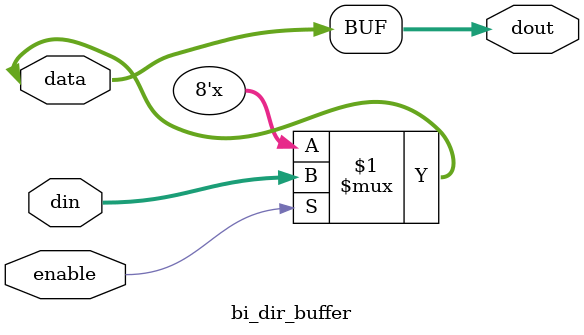
<source format=v>

module bi_dir_buffer(
	inout wire[7:0] data, // data bus
	input wire[7:0] din,  // data input to drive bus
	input wire enable,    // control signal 
	output wire[7:0] dout // read data form bus
);

 // if enable is high, drive data with din; otherwise, set data to high
 // impedance (z).

	assign data = (enable) ? din : 8'bz;

 // read data form the bus when enable is low
 
 	assign dout = data;

endmodule

</source>
